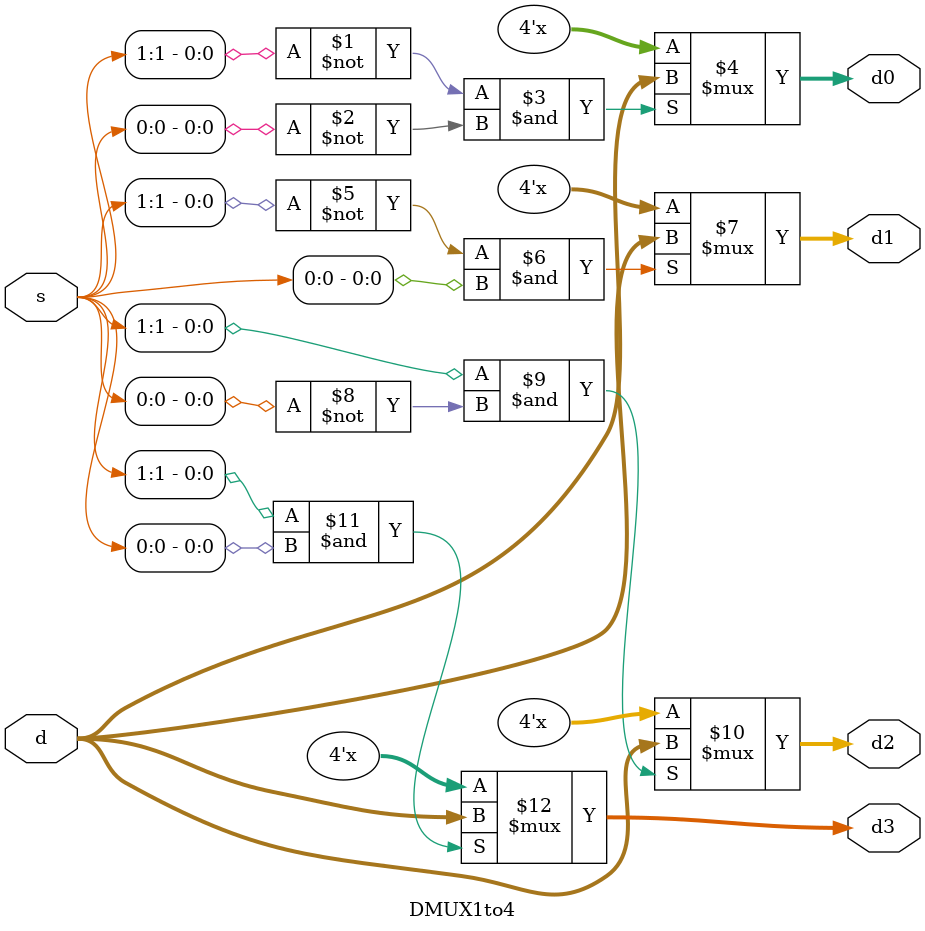
<source format=v>
`timescale 1ns / 1ps


module DMUX1to4(
//¶Ë¿ÚÉùÃ÷
    output [3:0] d0,d1,d2,d3, //4Â·4Î»µÄÊä³öÐÅºÅd0~d3¡£
    input [3:0] d, // 4Î»ÊäÈëÐÅºÅ d¡£
    input [1:0] s // 2Î»Ñ¡Ôñ¿ØÖÆÐÅºÅs¡£
);
    assign d0 = (~s[1] & ~s[0]) ? d :4 'bz;
    assign d1 = (~s[1] & s[0]) ? d : 4'bz;
    assign d2 = (s[1] & ~s[0]) ? d : 4'bz;
    assign d3 = (s[1] & s[0]) ? d : 4'bz;
endmodule
</source>
